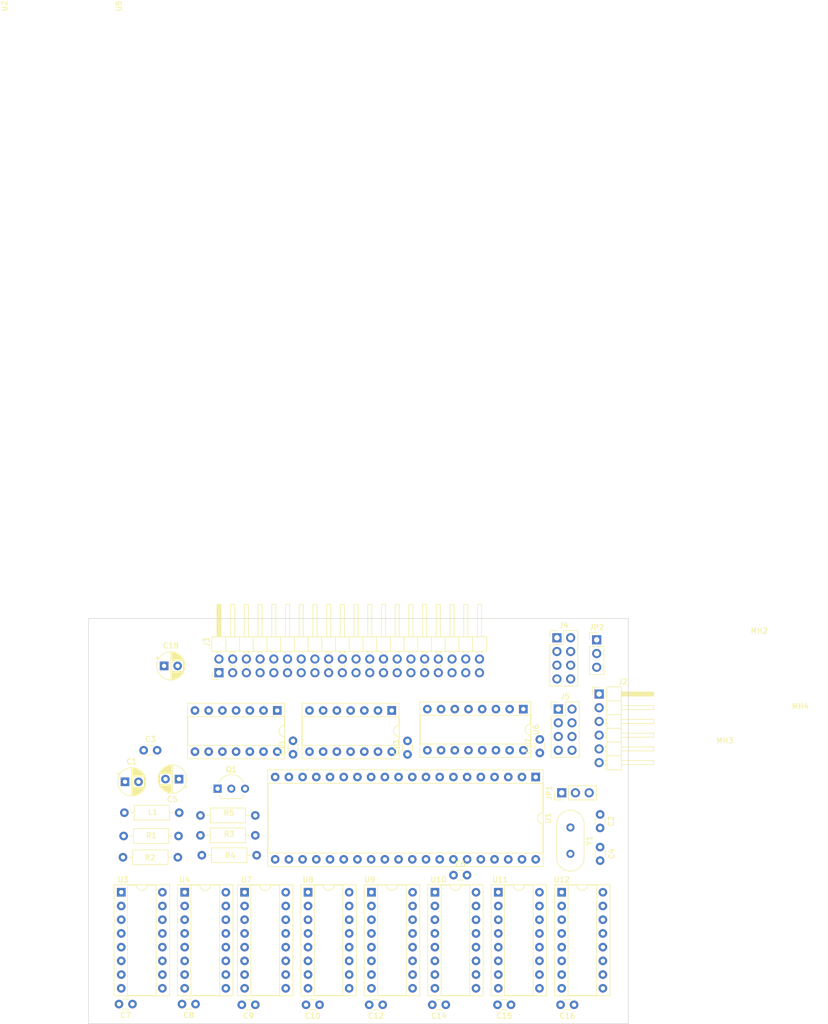
<source format=kicad_pcb>
(kicad_pcb (version 20221018) (generator pcbnew)
  (layers (0 "F.Cu" signal) (31 "B.Cu" signal) (34 "B.Paste" user) (35 "F.Paste" user) (36 "B.SilkS" user "B.Silkscreen") (37 "F.SilkS" user "F.Silkscreen") (38 "B.Mask" user) (39 "F.Mask" user) (44 "Edge.Cuts" user))
  (net 0 "")
  (net 1 "Net-(Q1-C)")
  (net 2 "GND")
  (net 3 "Net-(U1-XTAL1)")
  (net 4 "Net-(U1-XTAL2)")
  (net 5 "Net-(Q1-E)")
  (net 6 "Net-(J1-In)")
  (net 7 "VCC")
  (net 8 "/CLK")
  (net 9 "/CPUCLK")
  (net 10 "/GROMCLK")
  (net 11 "/EXTVDP")
  (net 12 "/INT")
  (net 16 "/D0")
  (net 17 "/D1")
  (net 18 "/D2")
  (net 19 "/D3")
  (net 20 "/D4")
  (net 21 "/D5")
  (net 22 "/D6")
  (net 23 "/D7")
  (net 24 "/~{IOR}")
  (net 26 "/~{IOW}")
  (net 28 "/RES")
  (net 30 "/INT80")
  (net 32 "/A0")
  (net 35 "/A3")
  (net 36 "/A4")
  (net 37 "/A5")
  (net 38 "/A6")
  (net 39 "/A7")
  (net 48 "Net-(J4-Pin_1)")
  (net 49 "Net-(J4-Pin_2)")
  (net 50 "Net-(J4-Pin_3)")
  (net 51 "Net-(J4-Pin_5)")
  (net 52 "Net-(J4-Pin_7)")
  (net 53 "Net-(J5-Pin_1)")
  (net 54 "Net-(J5-Pin_2)")
  (net 55 "Net-(J5-Pin_3)")
  (net 56 "Net-(J5-Pin_5)")
  (net 57 "Net-(J5-Pin_7)")
  (net 58 "Net-(JP1-C)")
  (net 59 "Net-(JP2-A)")
  (net 60 "Net-(JP2-C)")
  (net 61 "Net-(Q1-B)")
  (net 62 "Net-(U1-COMID)")
  (net 63 "/~{RAS}")
  (net 64 "/~{CAS}")
  (net 65 "/AD7")
  (net 66 "/AD6")
  (net 67 "/AD5")
  (net 68 "/AD1")
  (net 69 "/AD3")
  (net 70 "/AD2")
  (net 71 "/AD0")
  (net 72 "Net-(U1-R{slash}~{W})")
  (net 73 "/~{CSW}")
  (net 74 "/~{CSR}")
  (net 75 "/~{INT}")
  (net 76 "/VD7")
  (net 77 "/VD6")
  (net 78 "/VD5")
  (net 79 "/VD4")
  (net 80 "/VD3")
  (net 81 "/VD2")
  (net 82 "/VD1")
  (net 83 "/VD0")
  (net 84 "/~{RES}")
  (footprint "MountingHole:MountingHole_3.2mm_M3" (layer "F.Cu") (at 175.006 57.404)
    (fp_text reference "MH1" (at 0 0) (layer "F.SilkS"))
    (fp_text value "MountingHole")
    (pad "" np_thru_hole circle (at 0 0) (size 3.2 3.2) (drill 3.2) (layers "*.Cu" "*.Mask"))
  )
  (footprint "Connector_PinHeader_2.54mm:PinHeader_1x03_P2.54mm_Vertical" (layer "F.Cu") (at 160.147 59.944)
    (fp_text reference "JP2" (at 0 -2.33) (layer "F.SilkS"))
    (fp_text value "A7_JP")
    (pad "1" thru_hole rect (at 0 0) (size 1.7 1.7) (drill 1) (layers "*.Cu" "*.Mask") (net 59 "Net-(JP2-A)"))
    (pad "2" thru_hole oval (at 0 2.54) (size 1.7 1.7) (drill 1) (layers "*.Cu" "*.Mask") (net 60 "Net-(JP2-C)"))
    (pad "3" thru_hole oval (at 0 5.08) (size 1.7 1.7) (drill 1) (layers "*.Cu" "*.Mask") (net 39 "/A7"))
  )
  (footprint "Package_DIP:DIP-16_W7.62mm_Socket" (layer "F.Cu") (at 141.92 106.68)
    (fp_text reference "U11" (at 0.32 -2.33) (layer "F.SilkS"))
    (fp_text value "MB8118-16k-1bit-DRAM")
    (pad "1" thru_hole rect (at 0 0) (size 1.6 1.6) (drill 0.8) (layers "*.Cu" "*.Mask"))
    (pad "2" thru_hole oval (at 0 2.54) (size 1.6 1.6) (drill 0.8) (layers "*.Cu" "*.Mask") (net 66 "/AD6"))
    (pad "3" thru_hole oval (at 0 5.08) (size 1.6 1.6) (drill 0.8) (layers "*.Cu" "*.Mask") (net 72 "Net-(U1-R{slash}~{W})"))
    (pad "4" thru_hole oval (at 0 7.62) (size 1.6 1.6) (drill 0.8) (layers "*.Cu" "*.Mask") (net 63 "/~{RAS}"))
    (pad "5" thru_hole oval (at 0 10.16) (size 1.6 1.6) (drill 0.8) (layers "*.Cu" "*.Mask") (net 65 "/AD7"))
    (pad "6" thru_hole oval (at 0 12.7) (size 1.6 1.6) (drill 0.8) (layers "*.Cu" "*.Mask") (net 67 "/AD5"))
    (pad "7" thru_hole oval (at 0 15.24) (size 1.6 1.6) (drill 0.8) (layers "*.Cu" "*.Mask") (net 66 "/AD6"))
    (pad "8" thru_hole oval (at 0 17.78) (size 1.6 1.6) (drill 0.8) (layers "*.Cu" "*.Mask") (net 7 "VCC"))
    (pad "9" thru_hole oval (at 7.62 17.78) (size 1.6 1.6) (drill 0.8) (layers "*.Cu" "*.Mask"))
    (pad "10" thru_hole oval (at 7.62 15.24) (size 1.6 1.6) (drill 0.8) (layers "*.Cu" "*.Mask") (net 70 "/AD2"))
    (pad "11" thru_hole oval (at 7.62 12.7) (size 1.6 1.6) (drill 0.8) (layers "*.Cu" "*.Mask") (net 69 "/AD3"))
    (pad "12" thru_hole oval (at 7.62 10.16) (size 1.6 1.6) (drill 0.8) (layers "*.Cu" "*.Mask") (net 68 "/AD1"))
    (pad "13" thru_hole oval (at 7.62 7.62) (size 1.6 1.6) (drill 0.8) (layers "*.Cu" "*.Mask") (net 68 "/AD1"))
    (pad "14" thru_hole oval (at 7.62 5.08) (size 1.6 1.6) (drill 0.8) (layers "*.Cu" "*.Mask") (net 77 "/VD6"))
    (pad "15" thru_hole oval (at 7.62 2.54) (size 1.6 1.6) (drill 0.8) (layers "*.Cu" "*.Mask") (net 64 "/~{CAS}"))
    (pad "16" thru_hole oval (at 7.62 0) (size 1.6 1.6) (drill 0.8) (layers "*.Cu" "*.Mask") (net 2 "GND"))
  )
  (footprint "Resistor_THT:R_Axial_DIN0207_L6.3mm_D2.5mm_P10.16mm_Horizontal" (layer "F.Cu") (at 72.39 100.203)
    (fp_text reference "R2" (at 5.001 0.057) (layer "F.SilkS"))
    (fp_text value "2k")
    (pad "1" thru_hole circle (at 0 0) (size 1.6 1.6) (drill 0.8) (layers "*.Cu" "*.Mask") (net 6 "Net-(J1-In)"))
    (pad "2" thru_hole oval (at 10.16 0) (size 1.6 1.6) (drill 0.8) (layers "*.Cu" "*.Mask") (net 2 "GND"))
  )
  (footprint "Resistor_THT:R_Axial_DIN0207_L6.3mm_D2.5mm_P10.16mm_Horizontal" (layer "F.Cu") (at 72.517 96.266)
    (fp_text reference "R1" (at 5.128 -0.084) (layer "F.SilkS"))
    (fp_text value "1k")
    (pad "1" thru_hole circle (at 0 0) (size 1.6 1.6) (drill 0.8) (layers "*.Cu" "*.Mask") (net 1 "Net-(Q1-C)"))
    (pad "2" thru_hole oval (at 10.16 0) (size 1.6 1.6) (drill 0.8) (layers "*.Cu" "*.Mask") (net 6 "Net-(J1-In)"))
  )
  (footprint "Connector_PinHeader_2.54mm:PinHeader_2x04_P2.54mm_Vertical" (layer "F.Cu") (at 152.781 59.563)
    (fp_text reference "J4" (at 1.27 -2.33) (layer "F.SilkS"))
    (fp_text value "AD_JP")
    (pad "1" thru_hole rect (at 0 0) (size 1.7 1.7) (drill 1) (layers "*.Cu" "*.Mask") (net 48 "Net-(J4-Pin_1)"))
    (pad "2" thru_hole oval (at 2.54 0) (size 1.7 1.7) (drill 1) (layers "*.Cu" "*.Mask") (net 49 "Net-(J4-Pin_2)"))
    (pad "3" thru_hole oval (at 0 2.54) (size 1.7 1.7) (drill 1) (layers "*.Cu" "*.Mask") (net 50 "Net-(J4-Pin_3)"))
    (pad "4" thru_hole oval (at 2.54 2.54) (size 1.7 1.7) (drill 1) (layers "*.Cu" "*.Mask") (net 49 "Net-(J4-Pin_2)"))
    (pad "5" thru_hole oval (at 0 5.08) (size 1.7 1.7) (drill 1) (layers "*.Cu" "*.Mask") (net 51 "Net-(J4-Pin_5)"))
    (pad "6" thru_hole oval (at 2.54 5.08) (size 1.7 1.7) (drill 1) (layers "*.Cu" "*.Mask") (net 49 "Net-(J4-Pin_2)"))
    (pad "7" thru_hole oval (at 0 7.62) (size 1.7 1.7) (drill 1) (layers "*.Cu" "*.Mask") (net 52 "Net-(J4-Pin_7)"))
    (pad "8" thru_hole oval (at 2.54 7.62) (size 1.7 1.7) (drill 1) (layers "*.Cu" "*.Mask") (net 49 "Net-(J4-Pin_2)"))
  )
  (footprint "Capacitor_THT:C_Disc_D3.0mm_W1.6mm_P2.50mm" (layer "F.Cu") (at 149.606 80.879 90)
    (fp_text reference "C17" (at 1.25 -2.05 90) (layer "F.SilkS"))
    (fp_text value "0.1u")
    (pad "1" thru_hole circle (at 0 0 90) (size 1.6 1.6) (drill 0.8) (layers "*.Cu" "*.Mask") (net 7 "VCC"))
    (pad "2" thru_hole circle (at 2.5 0 90) (size 1.6 1.6) (drill 0.8) (layers "*.Cu" "*.Mask") (net 2 "GND"))
  )
  (footprint "Package_DIP:DIP-16_W7.62mm_Socket" (layer "F.Cu") (at 130.17 106.68)
    (fp_text reference "U10" (at 0.64 -2.33) (layer "F.SilkS"))
    (fp_text value "MB8118-16k-1bit-DRAM")
    (pad "1" thru_hole rect (at 0 0) (size 1.6 1.6) (drill 0.8) (layers "*.Cu" "*.Mask"))
    (pad "2" thru_hole oval (at 0 2.54) (size 1.6 1.6) (drill 0.8) (layers "*.Cu" "*.Mask") (net 67 "/AD5"))
    (pad "3" thru_hole oval (at 0 5.08) (size 1.6 1.6) (drill 0.8) (layers "*.Cu" "*.Mask") (net 72 "Net-(U1-R{slash}~{W})"))
    (pad "4" thru_hole oval (at 0 7.62) (size 1.6 1.6) (drill 0.8) (layers "*.Cu" "*.Mask") (net 63 "/~{RAS}"))
    (pad "5" thru_hole oval (at 0 10.16) (size 1.6 1.6) (drill 0.8) (layers "*.Cu" "*.Mask") (net 65 "/AD7"))
    (pad "6" thru_hole oval (at 0 12.7) (size 1.6 1.6) (drill 0.8) (layers "*.Cu" "*.Mask") (net 67 "/AD5"))
    (pad "7" thru_hole oval (at 0 15.24) (size 1.6 1.6) (drill 0.8) (layers "*.Cu" "*.Mask") (net 66 "/AD6"))
    (pad "8" thru_hole oval (at 0 17.78) (size 1.6 1.6) (drill 0.8) (layers "*.Cu" "*.Mask") (net 7 "VCC"))
    (pad "9" thru_hole oval (at 7.62 17.78) (size 1.6 1.6) (drill 0.8) (layers "*.Cu" "*.Mask"))
    (pad "10" thru_hole oval (at 7.62 15.24) (size 1.6 1.6) (drill 0.8) (layers "*.Cu" "*.Mask") (net 70 "/AD2"))
    (pad "11" thru_hole oval (at 7.62 12.7) (size 1.6 1.6) (drill 0.8) (layers "*.Cu" "*.Mask") (net 69 "/AD3"))
    (pad "12" thru_hole oval (at 7.62 10.16) (size 1.6 1.6) (drill 0.8) (layers "*.Cu" "*.Mask") (net 68 "/AD1"))
    (pad "13" thru_hole oval (at 7.62 7.62) (size 1.6 1.6) (drill 0.8) (layers "*.Cu" "*.Mask") (net 68 "/AD1"))
    (pad "14" thru_hole oval (at 7.62 5.08) (size 1.6 1.6) (drill 0.8) (layers "*.Cu" "*.Mask") (net 78 "/VD5"))
    (pad "15" thru_hole oval (at 7.62 2.54) (size 1.6 1.6) (drill 0.8) (layers "*.Cu" "*.Mask") (net 64 "/~{CAS}"))
    (pad "16" thru_hole oval (at 7.62 0) (size 1.6 1.6) (drill 0.8) (layers "*.Cu" "*.Mask") (net 2 "GND"))
  )
  (footprint "Package_TO_SOT_THT:TO-92_Inline_Wide" (layer "F.Cu") (at 89.916 87.503)
    (fp_text reference "Q1" (at 2.54 -3.56) (layer "F.SilkS"))
    (fp_text value "2SC1815")
    (pad "1" thru_hole rect (at 0 0) (size 1.5 1.5) (drill 0.8) (layers "*.Cu" "*.Mask") (net 5 "Net-(Q1-E)"))
    (pad "2" thru_hole circle (at 2.54 0) (size 1.5 1.5) (drill 0.8) (layers "*.Cu" "*.Mask") (net 1 "Net-(Q1-C)"))
    (pad "3" thru_hole circle (at 5.08 0) (size 1.5 1.5) (drill 0.8) (layers "*.Cu" "*.Mask") (net 61 "Net-(Q1-B)"))
  )
  (footprint "Connector_PinHeader_2.54mm:PinHeader_1x06_P2.54mm_Horizontal" (layer "F.Cu") (at 160.598 69.977)
    (fp_text reference "J2" (at 4.385 -2.27) (layer "F.SilkS"))
    (fp_text value "EXT_JP")
    (pad "1" thru_hole rect (at 0 0) (size 1.7 1.7) (drill 1) (layers "*.Cu" "*.Mask") (net 8 "/CLK"))
    (pad "2" thru_hole oval (at 0 2.54) (size 1.7 1.7) (drill 1) (layers "*.Cu" "*.Mask") (net 9 "/CPUCLK"))
    (pad "3" thru_hole oval (at 0 5.08) (size 1.7 1.7) (drill 1) (layers "*.Cu" "*.Mask") (net 10 "/GROMCLK"))
    (pad "4" thru_hole oval (at 0 7.62) (size 1.7 1.7) (drill 1) (layers "*.Cu" "*.Mask") (net 11 "/EXTVDP"))
    (pad "5" thru_hole oval (at 0 10.16) (size 1.7 1.7) (drill 1) (layers "*.Cu" "*.Mask") (net 12 "/INT"))
    (pad "6" thru_hole oval (at 0 12.7) (size 1.7 1.7) (drill 1) (layers "*.Cu" "*.Mask") (net 2 "GND"))
  )
  (footprint "Package_DIP:DIP-40_W15.24mm_Socket" (layer "F.Cu") (at 148.844 85.344 -90)
    (fp_text reference "U1" (at 7.62 -2.33 90) (layer "F.SilkS"))
    (fp_text value "TMS9918A")
    (pad "1" thru_hole rect (at 0 0 270) (size 1.6 1.6) (drill 0.8) (layers "*.Cu" "*.Mask") (net 63 "/~{RAS}"))
    (pad "2" thru_hole oval (at 0 2.54 270) (size 1.6 1.6) (drill 0.8) (layers "*.Cu" "*.Mask") (net 64 "/~{CAS}"))
    (pad "3" thru_hole oval (at 0 5.08 270) (size 1.6 1.6) (drill 0.8) (layers "*.Cu" "*.Mask") (net 65 "/AD7"))
    (pad "4" thru_hole oval (at 0 7.62 270) (size 1.6 1.6) (drill 0.8) (layers "*.Cu" "*.Mask") (net 66 "/AD6"))
    (pad "5" thru_hole oval (at 0 10.16 270) (size 1.6 1.6) (drill 0.8) (layers "*.Cu" "*.Mask") (net 67 "/AD5"))
    (pad "6" thru_hole oval (at 0 12.7 270) (size 1.6 1.6) (drill 0.8) (layers "*.Cu" "*.Mask") (net 68 "/AD1"))
    (pad "7" thru_hole oval (at 0 15.24 270) (size 1.6 1.6) (drill 0.8) (layers "*.Cu" "*.Mask") (net 69 "/AD3"))
    (pad "8" thru_hole oval (at 0 17.78 270) (size 1.6 1.6) (drill 0.8) (layers "*.Cu" "*.Mask") (net 70 "/AD2"))
    (pad "9" thru_hole oval (at 0 20.32 270) (size 1.6 1.6) (drill 0.8) (layers "*.Cu" "*.Mask") (net 68 "/AD1"))
    (pad "10" thru_hole oval (at 0 22.86 270) (size 1.6 1.6) (drill 0.8) (layers "*.Cu" "*.Mask") (net 71 "/AD0"))
    (pad "11" thru_hole oval (at 0 25.4 270) (size 1.6 1.6) (drill 0.8) (layers "*.Cu" "*.Mask") (net 72 "Net-(U1-R{slash}~{W})"))
    (pad "12" thru_hole oval (at 0 27.94 270) (size 1.6 1.6) (drill 0.8) (layers "*.Cu" "*.Mask") (net 2 "GND"))
    (pad "13" thru_hole oval (at 0 30.48 270) (size 1.6 1.6) (drill 0.8) (layers "*.Cu" "*.Mask") (net 32 "/A0"))
    (pad "14" thru_hole oval (at 0 33.02 270) (size 1.6 1.6) (drill 0.8) (layers "*.Cu" "*.Mask") (net 73 "/~{CSW}"))
    (pad "15" thru_hole oval (at 0 35.56 270) (size 1.6 1.6) (drill 0.8) (layers "*.Cu" "*.Mask") (net 74 "/~{CSR}"))
    (pad "16" thru_hole oval (at 0 38.1 270) (size 1.6 1.6) (drill 0.8) (layers "*.Cu" "*.Mask") (net 75 "/~{INT}"))
    (pad "17" thru_hole oval (at 0 40.64 270) (size 1.6 1.6) (drill 0.8) (layers "*.Cu" "*.Mask") (net 16 "/D0"))
    (pad "18" thru_hole oval (at 0 43.18 270) (size 1.6 1.6) (drill 0.8) (layers "*.Cu" "*.Mask") (net 17 "/D1"))
    (pad "19" thru_hole oval (at 0 45.72 270) (size 1.6 1.6) (drill 0.8) (layers "*.Cu" "*.Mask") (net 18 "/D2"))
    (pad "20" thru_hole oval (at 0 48.26 270) (size 1.6 1.6) (drill 0.8) (layers "*.Cu" "*.Mask") (net 19 "/D3"))
    (pad "21" thru_hole oval (at 15.24 48.26 270) (size 1.6 1.6) (drill 0.8) (layers "*.Cu" "*.Mask") (net 20 "/D4"))
    (pad "22" thru_hole oval (at 15.24 45.72 270) (size 1.6 1.6) (drill 0.8) (layers "*.Cu" "*.Mask") (net 21 "/D5"))
    (pad "23" thru_hole oval (at 15.24 43.18 270) (size 1.6 1.6) (drill 0.8) (layers "*.Cu" "*.Mask") (net 22 "/D6"))
    (pad "24" thru_hole oval (at 15.24 40.64 270) (size 1.6 1.6) (drill 0.8) (layers "*.Cu" "*.Mask") (net 23 "/D7"))
    (pad "25" thru_hole oval (at 15.24 38.1 270) (size 1.6 1.6) (drill 0.8) (layers "*.Cu" "*.Mask") (net 76 "/VD7"))
    (pad "26" thru_hole oval (at 15.24 35.56 270) (size 1.6 1.6) (drill 0.8) (layers "*.Cu" "*.Mask") (net 77 "/VD6"))
    (pad "27" thru_hole oval (at 15.24 33.02 270) (size 1.6 1.6) (drill 0.8) (layers "*.Cu" "*.Mask") (net 78 "/VD5"))
    (pad "28" thru_hole oval (at 15.24 30.48 270) (size 1.6 1.6) (drill 0.8) (layers "*.Cu" "*.Mask") (net 79 "/VD4"))
    (pad "29" thru_hole oval (at 15.24 27.94 270) (size 1.6 1.6) (drill 0.8) (layers "*.Cu" "*.Mask") (net 80 "/VD3"))
    (pad "30" thru_hole oval (at 15.24 25.4 270) (size 1.6 1.6) (drill 0.8) (layers "*.Cu" "*.Mask") (net 81 "/VD2"))
    (pad "31" thru_hole oval (at 15.24 22.86 270) (size 1.6 1.6) (drill 0.8) (layers "*.Cu" "*.Mask") (net 82 "/VD1"))
    (pad "32" thru_hole oval (at 15.24 20.32 270) (size 1.6 1.6) (drill 0.8) (layers "*.Cu" "*.Mask") (net 83 "/VD0"))
    (pad "33" thru_hole oval (at 15.24 17.78 270) (size 1.6 1.6) (drill 0.8) (layers "*.Cu" "*.Mask") (net 7 "VCC"))
    (pad "34" thru_hole oval (at 15.24 15.24 270) (size 1.6 1.6) (drill 0.8) (layers "*.Cu" "*.Mask") (net 84 "/~{RES}"))
    (pad "35" thru_hole oval (at 15.24 12.7 270) (size 1.6 1.6) (drill 0.8) (layers "*.Cu" "*.Mask") (net 11 "/EXTVDP"))
    (pad "36" thru_hole oval (at 15.24 10.16 270) (size 1.6 1.6) (drill 0.8) (layers "*.Cu" "*.Mask") (net 62 "Net-(U1-COMID)"))
    (pad "37" thru_hole oval (at 15.24 7.62 270) (size 1.6 1.6) (drill 0.8) (layers "*.Cu" "*.Mask") (net 10 "/GROMCLK"))
    (pad "38" thru_hole oval (at 15.24 5.08 270) (size 1.6 1.6) (drill 0.8) (layers "*.Cu" "*.Mask") (net 9 "/CPUCLK"))
    (pad "39" thru_hole oval (at 15.24 2.54 270) (size 1.6 1.6) (drill 0.8) (layers "*.Cu" "*.Mask") (net 3 "Net-(U1-XTAL1)"))
    (pad "40" thru_hole oval (at 15.24 0 270) (size 1.6 1.6) (drill 0.8) (layers "*.Cu" "*.Mask") (net 4 "Net-(U1-XTAL2)"))
  )
  (footprint "Crystal:Crystal_HC49-U_Vertical" (layer "F.Cu") (at 155.281 94.685 -90)
    (fp_text reference "Y1" (at 2.44 -3.525 90) (layer "F.SilkS"))
    (fp_text value "10.738635MHZ")
    (pad "1" thru_hole circle (at 0 0 270) (size 1.5 1.5) (drill 0.8) (layers "*.Cu" "*.Mask") (net 3 "Net-(U1-XTAL1)"))
    (pad "2" thru_hole circle (at 4.88 0 270) (size 1.5 1.5) (drill 0.8) (layers "*.Cu" "*.Mask") (net 4 "Net-(U1-XTAL2)"))
  )
  (footprint "Package_DIP:DIP-16_W7.62mm_Socket" (layer "F.Cu") (at 83.82 106.68)
    (fp_text reference "U4" (at 0 -2.33) (layer "F.SilkS"))
    (fp_text value "MB8118-16k-1bit-DRAM")
    (pad "1" thru_hole rect (at 0 0) (size 1.6 1.6) (drill 0.8) (layers "*.Cu" "*.Mask"))
    (pad "2" thru_hole oval (at 0 2.54) (size 1.6 1.6) (drill 0.8) (layers "*.Cu" "*.Mask") (net 68 "/AD1"))
    (pad "3" thru_hole oval (at 0 5.08) (size 1.6 1.6) (drill 0.8) (layers "*.Cu" "*.Mask") (net 72 "Net-(U1-R{slash}~{W})"))
    (pad "4" thru_hole oval (at 0 7.62) (size 1.6 1.6) (drill 0.8) (layers "*.Cu" "*.Mask") (net 63 "/~{RAS}"))
    (pad "5" thru_hole oval (at 0 10.16) (size 1.6 1.6) (drill 0.8) (layers "*.Cu" "*.Mask") (net 65 "/AD7"))
    (pad "6" thru_hole oval (at 0 12.7) (size 1.6 1.6) (drill 0.8) (layers "*.Cu" "*.Mask") (net 67 "/AD5"))
    (pad "7" thru_hole oval (at 0 15.24) (size 1.6 1.6) (drill 0.8) (layers "*.Cu" "*.Mask") (net 66 "/AD6"))
    (pad "8" thru_hole oval (at 0 17.78) (size 1.6 1.6) (drill 0.8) (layers "*.Cu" "*.Mask") (net 7 "VCC"))
    (pad "9" thru_hole oval (at 7.62 17.78) (size 1.6 1.6) (drill 0.8) (layers "*.Cu" "*.Mask"))
    (pad "10" thru_hole oval (at 7.62 15.24) (size 1.6 1.6) (drill 0.8) (layers "*.Cu" "*.Mask") (net 70 "/AD2"))
    (pad "11" thru_hole oval (at 7.62 12.7) (size 1.6 1.6) (drill 0.8) (layers "*.Cu" "*.Mask") (net 69 "/AD3"))
    (pad "12" thru_hole oval (at 7.62 10.16) (size 1.6 1.6) (drill 0.8) (layers "*.Cu" "*.Mask") (net 68 "/AD1"))
    (pad "13" thru_hole oval (at 7.62 7.62) (size 1.6 1.6) (drill 0.8) (layers "*.Cu" "*.Mask") (net 68 "/AD1"))
    (pad "14" thru_hole oval (at 7.62 5.08) (size 1.6 1.6) (drill 0.8) (layers "*.Cu" "*.Mask") (net 82 "/VD1"))
    (pad "15" thru_hole oval (at 7.62 2.54) (size 1.6 1.6) (drill 0.8) (layers "*.Cu" "*.Mask") (net 64 "/~{CAS}"))
    (pad "16" thru_hole oval (at 7.62 0) (size 1.6 1.6) (drill 0.8) (layers "*.Cu" "*.Mask") (net 2 "GND"))
  )
  (footprint "Package_DIP:DIP-16_W7.62mm_Socket" (layer "F.Cu") (at 106.67 106.68)
    (fp_text reference "U8" (at 0.01 -2.33) (layer "F.SilkS"))
    (fp_text value "MB8118-16k-1bit-DRAM")
    (pad "1" thru_hole rect (at 0 0) (size 1.6 1.6) (drill 0.8) (layers "*.Cu" "*.Mask"))
    (pad "2" thru_hole oval (at 0 2.54) (size 1.6 1.6) (drill 0.8) (layers "*.Cu" "*.Mask") (net 69 "/AD3"))
    (pad "3" thru_hole oval (at 0 5.08) (size 1.6 1.6) (drill 0.8) (layers "*.Cu" "*.Mask") (net 72 "Net-(U1-R{slash}~{W})"))
    (pad "4" thru_hole oval (at 0 7.62) (size 1.6 1.6) (drill 0.8) (layers "*.Cu" "*.Mask") (net 63 "/~{RAS}"))
    (pad "5" thru_hole oval (at 0 10.16) (size 1.6 1.6) (drill 0.8) (layers "*.Cu" "*.Mask") (net 65 "/AD7"))
    (pad "6" thru_hole oval (at 0 12.7) (size 1.6 1.6) (drill 0.8) (layers "*.Cu" "*.Mask") (net 67 "/AD5"))
    (pad "7" thru_hole oval (at 0 15.24) (size 1.6 1.6) (drill 0.8) (layers "*.Cu" "*.Mask") (net 66 "/AD6"))
    (pad "8" thru_hole oval (at 0 17.78) (size 1.6 1.6) (drill 0.8) (layers "*.Cu" "*.Mask") (net 7 "VCC"))
    (pad "9" thru_hole oval (at 7.62 17.78) (size 1.6 1.6) (drill 0.8) (layers "*.Cu" "*.Mask"))
    (pad "10" thru_hole oval (at 7.62 15.24) (size 1.6 1.6) (drill 0.8) (layers "*.Cu" "*.Mask") (net 70 "/AD2"))
    (pad "11" thru_hole oval (at 7.62 12.7) (size 1.6 1.6) (drill 0.8) (layers "*.Cu" "*.Mask") (net 69 "/AD3"))
    (pad "12" thru_hole oval (at 7.62 10.16) (size 1.6 1.6) (drill 0.8) (layers "*.Cu" "*.Mask") (net 68 "/AD1"))
    (pad "13" thru_hole oval (at 7.62 7.62) (size 1.6 1.6) (drill 0.8) (layers "*.Cu" "*.Mask") (net 68 "/AD1"))
    (pad "14" thru_hole oval (at 7.62 5.08) (size 1.6 1.6) (drill 0.8) (layers "*.Cu" "*.Mask") (net 80 "/VD3"))
    (pad "15" thru_hole oval (at 7.62 2.54) (size 1.6 1.6) (drill 0.8) (layers "*.Cu" "*.Mask") (net 64 "/~{CAS}"))
    (pad "16" thru_hole oval (at 7.62 0) (size 1.6 1.6) (drill 0.8) (layers "*.Cu" "*.Mask") (net 2 "GND"))
  )
  (footprint "Capacitor_THT:CP_Radial_D5.0mm_P2.50mm" (layer "F.Cu") (at 82.764 85.725 180)
    (fp_text reference "C5" (at 1.25 -3.75) (layer "F.SilkS"))
    (fp_text value "470u")
    (pad "1" thru_hole rect (at 0 0 180) (size 1.6 1.6) (drill 0.8) (layers "*.Cu" "*.Mask") (net 5 "Net-(Q1-E)"))
    (pad "2" thru_hole circle (at 2.5 0 180) (size 1.6 1.6) (drill 0.8) (layers "*.Cu" "*.Mask") (net 6 "Net-(J1-In)"))
  )
  (footprint "Capacitor_THT:C_Disc_D3.0mm_W1.6mm_P2.50mm" (layer "F.Cu") (at 125.095 81.153 90)
    (fp_text reference "C13" (at 1.25 -2.05 90) (layer "F.SilkS"))
    (fp_text value "0.1u")
    (pad "1" thru_hole circle (at 0 0 90) (size 1.6 1.6) (drill 0.8) (layers "*.Cu" "*.Mask") (net 7 "VCC"))
    (pad "2" thru_hole circle (at 2.5 0 90) (size 1.6 1.6) (drill 0.8) (layers "*.Cu" "*.Mask") (net 2 "GND"))
  )
  (footprint "Capacitor_THT:C_Disc_D3.0mm_W1.6mm_P2.50mm" (layer "F.Cu") (at 76.22 80.391)
    (fp_text reference "C3" (at 1.25 -2.05) (layer "F.SilkS"))
    (fp_text value "0.1u")
    (pad "1" thru_hole circle (at 0 0) (size 1.6 1.6) (drill 0.8) (layers "*.Cu" "*.Mask") (net 1 "Net-(Q1-C)"))
    (pad "2" thru_hole circle (at 2.5 0) (size 1.6 1.6) (drill 0.8) (layers "*.Cu" "*.Mask") (net 2 "GND"))
  )
  (footprint "Capacitor_THT:C_Disc_D3.0mm_W1.6mm_P2.50mm" (layer "F.Cu") (at 160.782 100.818 90)
    (fp_text reference "C4" (at 1.25 2.119 90) (layer "F.SilkS"))
    (fp_text value "22P")
    (pad "1" thru_hole circle (at 0 0 90) (size 1.6 1.6) (drill 0.8) (layers "*.Cu" "*.Mask") (net 4 "Net-(U1-XTAL2)"))
    (pad "2" thru_hole circle (at 2.5 0 90) (size 1.6 1.6) (drill 0.8) (layers "*.Cu" "*.Mask") (net 2 "GND"))
  )
  (footprint "Package_DIP:DIP-16_W7.62mm_Socket" (layer "F.Cu") (at 153.67 106.68)
    (fp_text reference "U12" (at 0 -2.33) (layer "F.SilkS"))
    (fp_text value "MB8118-16k-1bit-DRAM")
    (pad "1" thru_hole rect (at 0 0) (size 1.6 1.6) (drill 0.8) (layers "*.Cu" "*.Mask"))
    (pad "2" thru_hole oval (at 0 2.54) (size 1.6 1.6) (drill 0.8) (layers "*.Cu" "*.Mask") (net 65 "/AD7"))
    (pad "3" thru_hole oval (at 0 5.08) (size 1.6 1.6) (drill 0.8) (layers "*.Cu" "*.Mask") (net 72 "Net-(U1-R{slash}~{W})"))
    (pad "4" thru_hole oval (at 0 7.62) (size 1.6 1.6) (drill 0.8) (layers "*.Cu" "*.Mask") (net 63 "/~{RAS}"))
    (pad "5" thru_hole oval (at 0 10.16) (size 1.6 1.6) (drill 0.8) (layers "*.Cu" "*.Mask") (net 65 "/AD7"))
    (pad "6" thru_hole oval (at 0 12.7) (size 1.6 1.6) (drill 0.8) (layers "*.Cu" "*.Mask") (net 67 "/AD5"))
    (pad "7" thru_hole oval (at 0 15.24) (size 1.6 1.6) (drill 0.8) (layers "*.Cu" "*.Mask") (net 66 "/AD6"))
    (pad "8" thru_hole oval (at 0 17.78) (size 1.6 1.6) (drill 0.8) (layers "*.Cu" "*.Mask") (net 7 "VCC"))
    (pad "9" thru_hole oval (at 7.62 17.78) (size 1.6 1.6) (drill 0.8) (layers "*.Cu" "*.Mask"))
    (pad "10" thru_hole oval (at 7.62 15.24) (size 1.6 1.6) (drill 0.8) (layers "*.Cu" "*.Mask") (net 70 "/AD2"))
    (pad "11" thru_hole oval (at 7.62 12.7) (size 1.6 1.6) (drill 0.8) (layers "*.Cu" "*.Mask") (net 69 "/AD3"))
    (pad "12" thru_hole oval (at 7.62 10.16) (size 1.6 1.6) (drill 0.8) (layers "*.Cu" "*.Mask") (net 68 "/AD1"))
    (pad "13" thru_hole oval (at 7.62 7.62) (size 1.6 1.6) (drill 0.8) (layers "*.Cu" "*.Mask") (net 68 "/AD1"))
    (pad "14" thru_hole oval (at 7.62 5.08) (size 1.6 1.6) (drill 0.8) (layers "*.Cu" "*.Mask") (net 76 "/VD7"))
    (pad "15" thru_hole oval (at 7.62 2.54) (size 1.6 1.6) (drill 0.8) (layers "*.Cu" "*.Mask") (net 64 "/~{CAS}"))
    (pad "16" thru_hole oval (at 7.62 0) (size 1.6 1.6) (drill 0.8) (layers "*.Cu" "*.Mask") (net 2 "GND"))
  )
  (footprint "Capacitor_THT:C_Disc_D3.0mm_W1.6mm_P2.50mm" (layer "F.Cu") (at 120.503 127.508 180)
    (fp_text reference "C12" (at 1.25 -2.05) (layer "F.SilkS"))
    (fp_text value "0.1u")
    (pad "1" thru_hole circle (at 0 0 180) (size 1.6 1.6) (drill 0.8) (layers "*.Cu" "*.Mask") (net 2 "GND"))
    (pad "2" thru_hole circle (at 2.5 0 180) (size 1.6 1.6) (drill 0.8) (layers "*.Cu" "*.Mask") (net 7 "VCC"))
  )
  (footprint "MountingHole:MountingHole_3.2mm_M3" (layer "F.Cu") (at 183.896 82.804)
    (fp_text reference "MH3" (at 0 -4.2) (layer "F.SilkS"))
    (fp_text value "MountingHole")
    (pad "" np_thru_hole circle (at 0 0) (size 3.2 3.2) (drill 3.2) (layers "*.Cu" "*.Mask"))
  )
  (footprint "MountingHole:MountingHole_3.2mm_M3" (layer "F.Cu") (at 190.246 62.484)
    (fp_text reference "MH2" (at 0 -4.2) (layer "F.SilkS"))
    (fp_text value "MountingHole")
    (pad "" np_thru_hole circle (at 0 0) (size 3.2 3.2) (drill 3.2) (layers "*.Cu" "*.Mask"))
  )
  (footprint "Package_DIP:DIP-14_W7.62mm_Socket" (layer "F.Cu") (at 100.965 73.025 -90)
    (fp_text reference "U2" (at -130.4 50.51 90) (layer "F.SilkS"))
    (fp_text value "74HCT32")
    (pad "1" thru_hole rect (at 0 0 270) (size 1.6 1.6) (drill 0.8) (layers "*.Cu" "*.Mask") (net 49 "Net-(J4-Pin_2)"))
    (pad "2" thru_hole oval (at 0 2.54 270) (size 1.6 1.6) (drill 0.8) (layers "*.Cu" "*.Mask") (net 24 "/~{IOR}"))
    (pad "3" thru_hole oval (at 0 5.08 270) (size 1.6 1.6) (drill 0.8) (layers "*.Cu" "*.Mask") (net 74 "/~{CSR}"))
    (pad "4" thru_hole oval (at 0 7.62 270) (size 1.6 1.6) (drill 0.8) (layers "*.Cu" "*.Mask") (net 49 "Net-(J4-Pin_2)"))
    (pad "5" thru_hole oval (at 0 10.16 270) (size 1.6 1.6) (drill 0.8) (layers "*.Cu" "*.Mask") (net 26 "/~{IOW}"))
    (pad "6" thru_hole oval (at 0 12.7 270) (size 1.6 1.6) (drill 0.8) (layers "*.Cu" "*.Mask") (net 73 "/~{CSW}"))
    (pad "7" thru_hole oval (at 0 15.24 270) (size 1.6 1.6) (drill 0.8) (layers "*.Cu" "*.Mask") (net 2 "GND"))
    (pad "8" thru_hole oval (at 7.62 15.24 270) (size 1.6 1.6) (drill 0.8) (layers "*.Cu" "*.Mask"))
    (pad "9" thru_hole oval (at 7.62 12.7 270) (size 1.6 1.6) (drill 0.8) (layers "*.Cu" "*.Mask") (net 2 "GND"))
    (pad "10" thru_hole oval (at 7.62 10.16 270) (size 1.6 1.6) (drill 0.8) (layers "*.Cu" "*.Mask") (net 2 "GND"))
    (pad "11" thru_hole oval (at 7.62 7.62 270) (size 1.6 1.6) (drill 0.8) (layers "*.Cu" "*.Mask"))
    (pad "12" thru_hole oval (at 7.62 5.08 270) (size 1.6 1.6) (drill 0.8) (layers "*.Cu" "*.Mask") (net 2 "GND"))
    (pad "13" thru_hole oval (at 7.62 2.54 270) (size 1.6 1.6) (drill 0.8) (layers "*.Cu" "*.Mask") (net 2 "GND"))
    (pad "14" thru_hole oval (at 7.62 0 270) (size 1.6 1.6) (drill 0.8) (layers "*.Cu" "*.Mask") (net 7 "VCC"))
  )
  (footprint "Capacitor_THT:C_Disc_D3.0mm_W1.6mm_P2.50mm" (layer "F.Cu") (at 155.956 127.508 180)
    (fp_text reference "C16" (at 1.25 -2.05) (layer "F.SilkS"))
    (fp_text value "0.1u")
    (pad "1" thru_hole circle (at 0 0 180) (size 1.6 1.6) (drill 0.8) (layers "*.Cu" "*.Mask") (net 2 "GND"))
    (pad "2" thru_hole circle (at 2.5 0 180) (size 1.6 1.6) (drill 0.8) (layers "*.Cu" "*.Mask") (net 7 "VCC"))
  )
  (footprint "Capacitor_THT:C_Disc_D3.0mm_W1.6mm_P2.50mm" (layer "F.Cu") (at 96.901 127.508 180)
    (fp_text reference "C9" (at 1.25 -2.05) (layer "F.SilkS"))
    (fp_text value "0.1u")
    (pad "1" thru_hole circle (at 0 0 180) (size 1.6 1.6) (drill 0.8) (layers "*.Cu" "*.Mask") (net 2 "GND"))
    (pad "2" thru_hole circle (at 2.5 0 180) (size 1.6 1.6) (drill 0.8) (layers "*.Cu" "*.Mask") (net 7 "VCC"))
  )
  (footprint "Capacitor_THT:C_Disc_D3.0mm_W1.6mm_P2.50mm" (layer "F.Cu") (at 108.799 127.508 180)
    (fp_text reference "C10" (at 1.25 -2.05) (layer "F.SilkS"))
    (fp_text value "0.1u")
    (pad "1" thru_hole circle (at 0 0 180) (size 1.6 1.6) (drill 0.8) (layers "*.Cu" "*.Mask") (net 2 "GND"))
    (pad "2" thru_hole circle (at 2.5 0 180) (size 1.6 1.6) (drill 0.8) (layers "*.Cu" "*.Mask") (net 7 "VCC"))
  )
  (footprint "Resistor_THT:R_Axial_DIN0207_L6.3mm_D2.5mm_P10.16mm_Horizontal" (layer "F.Cu") (at 86.741 92.456)
    (fp_text reference "R5" (at 5.286 -0.48) (layer "F.SilkS"))
    (fp_text value "470")
    (pad "1" thru_hole circle (at 0 0) (size 1.6 1.6) (drill 0.8) (layers "*.Cu" "*.Mask") (net 61 "Net-(Q1-B)"))
    (pad "2" thru_hole oval (at 10.16 0) (size 1.6 1.6) (drill 0.8) (layers "*.Cu" "*.Mask") (net 2 "GND"))
  )
  (footprint "Connector_PinHeader_2.54mm:PinHeader_2x20_P2.54mm_Horizontal" (layer "F.Cu") (at 90.17 66.04 90)
    (fp_text reference "J3" (at 5.655 -2.27 90) (layer "F.SilkS"))
    (fp_text value "SBC8080 BUS")
    (pad "1" thru_hole rect (at 0 0 90) (size 1.7 1.7) (drill 1) (layers "*.Cu" "*.Mask") (net 7 "VCC"))
    (pad "2" thru_hole oval (at 2.54 0 90) (size 1.7 1.7) (drill 1) (layers "*.Cu" "*.Mask") (net 2 "GND"))
    (pad "3" thru_hole oval (at 0 2.54 90) (size 1.7 1.7) (drill 1) (layers "*.Cu" "*.Mask") (net 7 "VCC"))
    (pad "4" thru_hole oval (at 2.54 2.54 90) (size 1.7 1.7) (drill 1) (layers "*.Cu" "*.Mask") (net 2 "GND"))
    (pad "5" thru_hole oval (at 0 5.08 90) (size 1.7 1.7) (drill 1) (layers "*.Cu" "*.Mask"))
    (pad "6" thru_hole oval (at 2.54 5.08 90) (size 1.7 1.7) (drill 1) (layers "*.Cu" "*.Mask"))
    (pad "7" thru_hole oval (at 0 7.62 90) (size 1.7 1.7) (drill 1) (layers "*.Cu" "*.Mask"))
    (pad "8" thru_hole oval (at 2.54 7.62 90) (size 1.7 1.7) (drill 1) (layers "*.Cu" "*.Mask") (net 8 "/CLK"))
    (pad "9" thru_hole oval (at 0 10.16 90) (size 1.7 1.7) (drill 1) (layers "*.Cu" "*.Mask") (net 16 "/D0"))
    (pad "10" thru_hole oval (at 2.54 10.16 90) (size 1.7 1.7) (drill 1) (layers "*.Cu" "*.Mask") (net 17 "/D1"))
    (pad "11" thru_hole oval (at 0 12.7 90) (size 1.7 1.7) (drill 1) (layers "*.Cu" "*.Mask") (net 18 "/D2"))
    (pad "12" thru_hole oval (at 2.54 12.7 90) (size 1.7 1.7) (drill 1) (layers "*.Cu" "*.Mask") (net 19 "/D3"))
    (pad "13" thru_hole oval (at 0 15.24 90) (size 1.7 1.7) (drill 1) (layers "*.Cu" "*.Mask") (net 20 "/D4"))
    (pad "14" thru_hole oval (at 2.54 15.24 90) (size 1.7 1.7) (drill 1) (layers "*.Cu" "*.Mask") (net 21 "/D5"))
    (pad "15" thru_hole oval (at 0 17.78 90) (size 1.7 1.7) (drill 1) (layers "*.Cu" "*.Mask") (net 22 "/D6"))
    (pad "16" thru_hole oval (at 2.54 17.78 90) (size 1.7 1.7) (drill 1) (layers "*.Cu" "*.Mask") (net 23 "/D7"))
    (pad "17" thru_hole oval (at 0 20.32 90) (size 1.7 1.7) (drill 1) (layers "*.Cu" "*.Mask") (net 24 "/~{IOR}"))
    (pad "18" thru_hole oval (at 2.54 20.32 90) (size 1.7 1.7) (drill 1) (layers "*.Cu" "*.Mask"))
    (pad "19" thru_hole oval (at 0 22.86 90) (size 1.7 1.7) (drill 1) (layers "*.Cu" "*.Mask") (net 26 "/~{IOW}"))
    (pad "20" thru_hole oval (at 2.54 22.86 90) (size 1.7 1.7) (drill 1) (layers "*.Cu" "*.Mask"))
    (pad "21" thru_hole oval (at 0 25.4 90) (size 1.7 1.7) (drill 1) (layers "*.Cu" "*.Mask") (net 28 "/RES"))
    (pad "22" thru_hole oval (at 2.54 25.4 90) (size 1.7 1.7) (drill 1) (layers "*.Cu" "*.Mask"))
    (pad "23" thru_hole oval (at 0 27.94 90) (size 1.7 1.7) (drill 1) (layers "*.Cu" "*.Mask") (net 30 "/INT80"))
    (pad "24" thru_hole oval (at 2.54 27.94 90) (size 1.7 1.7) (drill 1) (layers "*.Cu" "*.Mask"))
    (pad "25" thru_hole oval (at 0 30.48 90) (size 1.7 1.7) (drill 1) (layers "*.Cu" "*.Mask") (net 32 "/A0"))
    (pad "26" thru_hole oval (at 2.54 30.48 90) (size 1.7 1.7) (drill 1) (layers "*.Cu" "*.Mask"))
    (pad "27" thru_hole oval (at 0 33.02 90) (size 1.7 1.7) (drill 1) (layers "*.Cu" "*.Mask"))
    (pad "28" thru_hole oval (at 2.54 33.02 90) (size 1.7 1.7) (drill 1) (layers "*.Cu" "*.Mask") (net 35 "/A3"))
    (pad "29" thru_hole oval (at 0 35.56 90) (size 1.7 1.7) (drill 1) (layers "*.Cu" "*.Mask") (net 36 "/A4"))
    (pad "30" thru_hole oval (at 2.54 35.56 90) (size 1.7 1.7) (drill 1) (layers "*.Cu" "*.Mask") (net 37 "/A5"))
    (pad "31" thru_hole oval (at 0 38.1 90) (size 1.7 1.7) (drill 1) (layers "*.Cu" "*.Mask") (net 38 "/A6"))
    (pad "32" thru_hole oval (at 2.54 38.1 90) (size 1.7 1.7) (drill 1) (layers "*.Cu" "*.Mask") (net 39 "/A7"))
    (pad "33" thru_hole oval (at 0 40.64 90) (size 1.7 1.7) (drill 1) (layers "*.Cu" "*.Mask"))
    (pad "34" thru_hole oval (at 2.54 40.64 90) (size 1.7 1.7) (drill 1) (layers "*.Cu" "*.Mask"))
    (pad "35" thru_hole oval (at 0 43.18 90) (size 1.7 1.7) (drill 1) (layers "*.Cu" "*.Mask"))
    (pad "36" thru_hole oval (at 2.54 43.18 90) (size 1.7 1.7) (drill 1) (layers "*.Cu" "*.Mask"))
    (pad "37" thru_hole oval (at 0 45.72 90) (size 1.7 1.7) (drill 1) (layers "*.Cu" "*.Mask"))
    (pad "38" thru_hole oval (at 2.54 45.72 90) (size 1.7 1.7) (drill 1) (layers "*.Cu" "*.Mask"))
    (pad "39" thru_hole oval (at 0 48.26 90) (size 1.7 1.7) (drill 1) (layers "*.Cu" "*.Mask"))
    (pad "40" thru_hole oval (at 2.54 48.26 90) (size 1.7 1.7) (drill 1) (layers "*.Cu" "*.Mask"))
  )
  (footprint "Capacitor_THT:C_Disc_D3.0mm_W1.6mm_P2.50mm" (layer "F.Cu") (at 160.782 92.269 -90)
    (fp_text reference "C2" (at 1.25 -2.05 90) (layer "F.SilkS"))
    (fp_text value "22P")
    (pad "1" thru_hole circle (at 0 0 270) (size 1.6 1.6) (drill 0.8) (layers "*.Cu" "*.Mask") (net 3 "Net-(U1-XTAL1)"))
    (pad "2" thru_hole circle (at 2.5 0 270) (size 1.6 1.6) (drill 0.8) (layers "*.Cu" "*.Mask") (net 2 "GND"))
  )
  (footprint "Capacitor_THT:C_Disc_D3.0mm_W1.6mm_P2.50mm" (layer "F.Cu") (at 85.832 127.381 180)
    (fp_text reference "C8" (at 1.25 -2.05) (layer "F.SilkS"))
    (fp_text value "0.1u")
    (pad "1" thru_hole circle (at 0 0 180) (size 1.6 1.6) (drill 0.8) (layers "*.Cu" "*.Mask") (net 2 "GND"))
    (pad "2" thru_hole circle (at 2.5 0 180) (size 1.6 1.6) (drill 0.8) (layers "*.Cu" "*.Mask") (net 7 "VCC"))
  )
  (footprint "Package_DIP:DIP-16_W7.62mm_Socket" (layer "F.Cu") (at 118.42 106.68)
    (fp_text reference "U9" (at -0.31 -2.33) (layer "F.SilkS"))
    (fp_text value "MB8118-16k-1bit-DRAM")
    (pad "1" thru_hole rect (at 0 0) (size 1.6 1.6) (drill 0.8) (layers "*.Cu" "*.Mask"))
    (pad "2" thru_hole oval (at 0 2.54) (size 1.6 1.6) (drill 0.8) (layers "*.Cu" "*.Mask") (net 68 "/AD1"))
    (pad "3" thru_hole oval (at 0 5.08) (size 1.6 1.6) (drill 0.8) (layers "*.Cu" "*.Mask") (net 72 "Net-(U1-R{slash}~{W})"))
    (pad "4" thru_hole oval (at 0 7.62) (size 1.6 1.6) (drill 0.8) (layers "*.Cu" "*.Mask") (net 63 "/~{RAS}"))
    (pad "5" thru_hole oval (at 0 10.16) (size 1.6 1.6) (drill 0.8) (layers "*.Cu" "*.Mask") (net 65 "/AD7"))
    (pad "6" thru_hole oval (at 0 12.7) (size 1.6 1.6) (drill 0.8) (layers "*.Cu" "*.Mask") (net 67 "/AD5"))
    (pad "7" thru_hole oval (at 0 15.24) (size 1.6 1.6) (drill 0.8) (layers "*.Cu" "*.Mask") (net 66 "/AD6"))
    (pad "8" thru_hole oval (at 0 17.78) (size 1.6 1.6) (drill 0.8) (layers "*.Cu" "*.Mask") (net 7 "VCC"))
    (pad "9" thru_hole oval (at 7.62 17.78) (size 1.6 1.6) (drill 0.8) (layers "*.Cu" "*.Mask"))
    (pad "10" thru_hole oval (at 7.62 15.24) (size 1.6 1.6) (drill 0.8) (layers "*.Cu" "*.Mask") (net 70 "/AD2"))
    (pad "11" thru_hole oval (at 7.62 12.7) (size 1.6 1.6) (drill 0.8) (layers "*.Cu" "*.Mask") (net 69 "/AD3"))
    (pad "12" thru_hole oval (at 7.62 10.16) (size 1.6 1.6) (drill 0.8) (layers "*.Cu" "*.Mask") (net 68 "/AD1"))
    (pad "13" thru_hole oval (at 7.62 7.62) (size 1.6 1.6) (drill 0.8) (layers "*.Cu" "*.Mask") (net 68 "/AD1"))
    (pad "14" thru_hole oval (at 7.62 5.08) (size 1.6 1.6) (drill 0.8) (layers "*.Cu" "*.Mask") (net 79 "/VD4"))
    (pad "15" thru_hole oval (at 7.62 2.54) (size 1.6 1.6) (drill 0.8) (layers "*.Cu" "*.Mask") (net 64 "/~{CAS}"))
    (pad "16" thru_hole oval (at 7.62 0) (size 1.6 1.6) (drill 0.8) (layers "*.Cu" "*.Mask") (net 2 "GND"))
  )
  (footprint "Capacitor_THT:C_Disc_D3.0mm_W1.6mm_P2.50mm" (layer "F.Cu") (at 132.187 127.508 180)
    (fp_text reference "C14" (at 1.25 -2.05) (layer "F.SilkS"))
    (fp_text value "0.1u")
    (pad "1" thru_hole circle (at 0 0 180) (size 1.6 1.6) (drill 0.8) (layers "*.Cu" "*.Mask") (net 2 "GND"))
    (pad "2" thru_hole circle (at 2.5 0 180) (size 1.6 1.6) (drill 0.8) (layers "*.Cu" "*.Mask") (net 7 "VCC"))
  )
  (footprint "Capacitor_THT:CP_Radial_D5.0mm_P2.50mm" (layer "F.Cu") (at 72.771 86.233)
    (fp_text reference "C1" (at 1.25 -3.75) (layer "F.SilkS"))
    (fp_text value "10u")
    (pad "1" thru_hole rect (at 0 0) (size 1.6 1.6) (drill 0.8) (layers "*.Cu" "*.Mask") (net 1 "Net-(Q1-C)"))
    (pad "2" thru_hole circle (at 2.5 0) (size 1.6 1.6) (drill 0.8) (layers "*.Cu" "*.Mask") (net 2 "GND"))
  )
  (footprint "Package_DIP:DIP-16_W7.62mm_Socket" (layer "F.Cu") (at 72.07 106.68)
    (fp_text reference "U3" (at 0.32 -2.33) (layer "F.SilkS"))
    (fp_text value "MB8118-16k-1bit-DRAM")
    (pad "1" thru_hole rect (at 0 0) (size 1.6 1.6) (drill 0.8) (layers "*.Cu" "*.Mask"))
    (pad "2" thru_hole oval (at 0 2.54) (size 1.6 1.6) (drill 0.8) (layers "*.Cu" "*.Mask") (net 71 "/AD0"))
    (pad "3" thru_hole oval (at 0 5.08) (size 1.6 1.6) (drill 0.8) (layers "*.Cu" "*.Mask") (net 72 "Net-(U1-R{slash}~{W})"))
    (pad "4" thru_hole oval (at 0 7.62) (size 1.6 1.6) (drill 0.8) (layers "*.Cu" "*.Mask") (net 63 "/~{RAS}"))
    (pad "5" thru_hole oval (at 0 10.16) (size 1.6 1.6) (drill 0.8) (layers "*.Cu" "*.Mask") (net 65 "/AD7"))
    (pad "6" thru_hole oval (at 0 12.7) (size 1.6 1.6) (drill 0.8) (layers "*.Cu" "*.Mask") (net 67 "/AD5"))
    (pad "7" thru_hole oval (at 0 15.24) (size 1.6 1.6) (drill 0.8) (layers "*.Cu" "*.Mask") (net 66 "/AD6"))
    (pad "8" thru_hole oval (at 0 17.78) (size 1.6 1.6) (drill 0.8) (layers "*.Cu" "*.Mask") (net 7 "VCC"))
    (pad "9" thru_hole oval (at 7.62 17.78) (size 1.6 1.6) (drill 0.8) (layers "*.Cu" "*.Mask"))
    (pad "10" thru_hole oval (at 7.62 15.24) (size 1.6 1.6) (drill 0.8) (layers "*.Cu" "*.Mask") (net 70 "/AD2"))
    (pad "11" thru_hole oval (at 7.62 12.7) (size 1.6 1.6) (drill 0.8) (layers "*.Cu" "*.Mask") (net 69 "/AD3"))
    (pad "12" thru_hole oval (at 7.62 10.16) (size 1.6 1.6) (drill 0.8) (layers "*.Cu" "*.Mask"))
    (pad "13" thru_hole oval (at 7.62 7.62) (size 1.6 1.6) (drill 0.8) (layers "*.Cu" "*.Mask") (net 68 "/AD1"))
    (pad "14" thru_hole oval (at 7.62 5.08) (size 1.6 1.6) (drill 0.8) (layers "*.Cu" "*.Mask") (net 83 "/VD0"))
    (pad "15" thru_hole oval (at 7.62 2.54) (size 1.6 1.6) (drill 0.8) (layers "*.Cu" "*.Mask") (net 64 "/~{CAS}"))
    (pad "16" thru_hole oval (at 7.62 0) (size 1.6 1.6) (drill 0.8) (layers "*.Cu" "*.Mask") (net 2 "GND"))
  )
  (footprint "Capacitor_THT:C_Disc_D3.0mm_W1.6mm_P2.50mm" (layer "F.Cu") (at 103.886 81.133 90)
    (fp_text reference "C11" (at 1.25 -2.05 90) (layer "F.SilkS"))
    (fp_text value "0.1u")
    (pad "1" thru_hole circle (at 0 0 90) (size 1.6 1.6) (drill 0.8) (layers "*.Cu" "*.Mask") (net 7 "VCC"))
    (pad "2" thru_hole circle (at 2.5 0 90) (size 1.6 1.6) (drill 0.8) (layers "*.Cu" "*.Mask") (net 2 "GND"))
  )
  (footprint "Resistor_THT:R_Axial_DIN0207_L6.3mm_D2.5mm_P10.16mm_Horizontal" (layer "F.Cu") (at 72.644 91.948)
    (fp_text reference "L1" (at 5.282 -0.104) (layer "F.SilkS"))
    (fp_text value "L_Ferrite_Small")
    (pad "1" thru_hole circle (at 0 0) (size 1.6 1.6) (drill 0.8) (layers "*.Cu" "*.Mask") (net 7 "VCC"))
    (pad "2" thru_hole oval (at 10.16 0) (size 1.6 1.6) (drill 0.8) (layers "*.Cu" "*.Mask") (net 1 "Net-(Q1-C)"))
  )
  (footprint "Package_DIP:DIP-16_W7.62mm_Socket" (layer "F.Cu") (at 146.558 72.771 -90)
    (fp_text reference "U6" (at 3.81 -2.33 90) (layer "F.SilkS"))
    (fp_text value "74HCT139")
    (pad "1" thru_hole rect (at 0 0 270) (size 1.6 1.6) (drill 0.8) (layers "*.Cu" "*.Mask") (net 60 "Net-(JP2-C)"))
    (pad "2" thru_hole oval (at 0 2.54 270) (size 1.6 1.6) (drill 0.8) (layers "*.Cu" "*.Mask") (net 37 "/A5"))
    (pad "3" thru_hole oval (at 0 5.08 270) (size 1.6 1.6) (drill 0.8) (layers "*.Cu" "*.Mask") (net 38 "/A6"))
    (pad "4" thru_hole oval (at 0 7.62 270) (size 1.6 1.6) (drill 0.8) (layers "*.Cu" "*.Mask") (net 53 "Net-(J5-Pin_1)"))
    (pad "5" thru_hole oval (at 0 10.16 270) (size 1.6 1.6) (drill 0.8) (layers "*.Cu" "*.Mask") (net 55 "Net-(J5-Pin_3)"))
    (pad "6" thru_hole oval (at 0 12.7 270) (size 1.6 1.6) (drill 0.8) (layers "*.Cu" "*.Mask") (net 56 "Net-(J5-Pin_5)"))
    (pad "7" thru_hole oval (at 0 15.24 270) (size 1.6 1.6) (drill 0.8) (layers "*.Cu" "*.Mask") (net 57 "Net-(J5-Pin_7)"))
    (pad "8" thru_hole oval (at 0 17.78 270) (size 1.6 1.6) (drill 0.8) (layers "*.Cu" "*.Mask") (net 2 "GND"))
    (pad "9" thru_hole oval (at 7.62 17.78 270) (size 1.6 1.6) (drill 0.8) (layers "*.Cu" "*.Mask") (net 52 "Net-(J4-Pin_7)"))
    (pad "10" thru_hole oval (at 7.62 15.24 270) (size 1.6 1.6) (drill 0.8) (layers "*.Cu" "*.Mask") (net 51 "Net-(J4-Pin_5)"))
    (pad "11" thru_hole oval (at 7.62 12.7 270) (size 1.6 1.6) (drill 0.8) (layers "*.Cu" "*.Mask") (net 50 "Net-(J4-Pin_3)"))
    (pad "12" thru_hole oval (at 7.62 10.16 270) (size 1.6 1.6) (drill 0.8) (layers "*.Cu" "*.Mask") (net 48 "Net-(J4-Pin_1)"))
    (pad "13" thru_hole oval (at 7.62 7.62 270) (size 1.6 1.6) (drill 0.8) (layers "*.Cu" "*.Mask") (net 36 "/A4"))
    (pad "14" thru_hole oval (at 7.62 5.08 270) (size 1.6 1.6) (drill 0.8) (layers "*.Cu" "*.Mask") (net 35 "/A3"))
    (pad "15" thru_hole oval (at 7.62 2.54 270) (size 1.6 1.6) (drill 0.8) (layers "*.Cu" "*.Mask") (net 54 "Net-(J5-Pin_2)"))
    (pad "16" thru_hole oval (at 7.62 0 270) (size 1.6 1.6) (drill 0.8) (layers "*.Cu" "*.Mask") (net 7 "VCC"))
  )
  (footprint "Package_DIP:DIP-16_W7.62mm_Socket" (layer "F.Cu") (at 94.92 106.68)
    (fp_text reference "U7" (at 0.33 -2.33) (layer "F.SilkS"))
    (fp_text value "MB8118-16k-1bit-DRAM")
    (pad "1" thru_hole rect (at 0 0) (size 1.6 1.6) (drill 0.8) (layers "*.Cu" "*.Mask"))
    (pad "2" thru_hole oval (at 0 2.54) (size 1.6 1.6) (drill 0.8) (layers "*.Cu" "*.Mask") (net 70 "/AD2"))
    (pad "3" thru_hole oval (at 0 5.08) (size 1.6 1.6) (drill 0.8) (layers "*.Cu" "*.Mask") (net 72 "Net-(U1-R{slash}~{W})"))
    (pad "4" thru_hole oval (at 0 7.62) (size 1.6 1.6) (drill 0.8) (layers "*.Cu" "*.Mask") (net 63 "/~{RAS}"))
    (pad "5" thru_hole oval (at 0 10.16) (size 1.6 1.6) (drill 0.8) (layers "*.Cu" "*.Mask") (net 65 "/AD7"))
    (pad "6" thru_hole oval (at 0 12.7) (size 1.6 1.6) (drill 0.8) (layers "*.Cu" "*.Mask") (net 67 "/AD5"))
    (pad "7" thru_hole oval (at 0 15.24) (size 1.6 1.6) (drill 0.8) (layers "*.Cu" "*.Mask") (net 66 "/AD6"))
    (pad "8" thru_hole oval (at 0 17.78) (size 1.6 1.6) (drill 0.8) (layers "*.Cu" "*.Mask") (net 7 "VCC"))
    (pad "9" thru_hole oval (at 7.62 17.78) (size 1.6 1.6) (drill 0.8) (layers "*.Cu" "*.Mask"))
    (pad "10" thru_hole oval (at 7.62 15.24) (size 1.6 1.6) (drill 0.8) (layers "*.Cu" "*.Mask") (net 70 "/AD2"))
    (pad "11" thru_hole oval (at 7.62 12.7) (size 1.6 1.6) (drill 0.8) (layers "*.Cu" "*.Mask") (net 69 "/AD3"))
    (pad "12" thru_hole oval (at 7.62 10.16) (size 1.6 1.6) (drill 0.8) (layers "*.Cu" "*.Mask") (net 68 "/AD1"))
    (pad "13" thru_hole oval (at 7.62 7.62) (size 1.6 1.6) (drill 0.8) (layers "*.Cu" "*.Mask") (net 68 "/AD1"))
    (pad "14" thru_hole oval (at 7.62 5.08) (size 1.6 1.6) (drill 0.8) (layers "*.Cu" "*.Mask") (net 81 "/VD2"))
    (pad "15" thru_hole oval (at 7.62 2.54) (size 1.6 1.6) (drill 0.8) (layers "*.Cu" "*.Mask") (net 64 "/~{CAS}"))
    (pad "16" thru_hole oval (at 7.62 0) (size 1.6 1.6) (drill 0.8) (layers "*.Cu" "*.Mask") (net 2 "GND"))
  )
  (footprint "Capacitor_THT:C_Disc_D3.0mm_W1.6mm_P2.50mm" (layer "F.Cu") (at 74.148 127.381 180)
    (fp_text reference "C7" (at 1.25 -2.05) (layer "F.SilkS"))
    (fp_text value "0.1u")
    (pad "1" thru_hole circle (at 0 0 180) (size 1.6 1.6) (drill 0.8) (layers "*.Cu" "*.Mask") (net 2 "GND"))
    (pad "2" thru_hole circle (at 2.5 0 180) (size 1.6 1.6) (drill 0.8) (layers "*.Cu" "*.Mask") (net 7 "VCC"))
  )
  (footprint "Capacitor_THT:CP_Radial_D5.0mm_P2.50mm" (layer "F.Cu") (at 80.01 64.77)
    (fp_text reference "C18" (at 1.25 -3.75) (layer "F.SilkS"))
    (fp_text value "10u")
    (pad "1" thru_hole rect (at 0 0) (size 1.6 1.6) (drill 0.8) (layers "*.Cu" "*.Mask") (net 7 "VCC"))
    (pad "2" thru_hole circle (at 2.5 0) (size 1.6 1.6) (drill 0.8) (layers "*.Cu" "*.Mask") (net 2 "GND"))
  )
  (footprint "Connector_PinHeader_2.54mm:PinHeader_2x04_P2.54mm_Vertical" (layer "F.Cu") (at 153.035 72.771)
    (fp_text reference "J5" (at 1.27 -2.33) (layer "F.SilkS"))
    (fp_text value "AD_JP")
    (pad "1" thru_hole rect (at 0 0) (size 1.7 1.7) (drill 1) (layers "*.Cu" "*.Mask") (net 53 "Net-(J5-Pin_1)"))
    (pad "2" thru_hole oval (at 2.54 0) (size 1.7 1.7) (drill 1) (layers "*.Cu" "*.Mask") (net 54 "Net-(J5-Pin_2)"))
    (pad "3" thru_hole oval (at 0 2.54) (size 1.7 1.7) (drill 1) (layers "*.Cu" "*.Mask") (net 55 "Net-(J5-Pin_3)"))
    (pad "4" thru_hole oval (at 2.54 2.54) (size 1.7 1.7) (drill 1) (layers "*.Cu" "*.Mask") (net 54 "Net-(J5-Pin_2)"))
    (pad "5" thru_hole oval (at 0 5.08) (size 1.7 1.7) (drill 1) (layers "*.Cu" "*.Mask") (net 56 "Net-(J5-Pin_5)"))
    (pad "6" thru_hole oval (at 2.54 5.08) (size 1.7 1.7) (drill 1) (layers "*.Cu" "*.Mask") (net 54 "Net-(J5-Pin_2)"))
    (pad "7" thru_hole oval (at 0 7.62) (size 1.7 1.7) (drill 1) (layers "*.Cu" "*.Mask") (net 57 "Net-(J5-Pin_7)"))
    (pad "8" thru_hole oval (at 2.54 7.62) (size 1.7 1.7) (drill 1) (layers "*.Cu" "*.Mask") (net 54 "Net-(J5-Pin_2)"))
  )
  (footprint "Resistor_THT:R_Axial_DIN0207_L6.3mm_D2.5mm_P10.16mm_Horizontal" (layer "F.Cu") (at 86.741 96.139)
    (fp_text reference "R3" (at 5.334 -0.254) (layer "F.SilkS"))
    (fp_text value "180")
    (pad "1" thru_hole circle (at 0 0) (size 1.6 1.6) (drill 0.8) (layers "*.Cu" "*.Mask") (net 5 "Net-(Q1-E)"))
    (pad "2" thru_hole oval (at 10.16 0) (size 1.6 1.6) (drill 0.8) (layers "*.Cu" "*.Mask") (net 2 "GND"))
  )
  (footprint "Resistor_THT:R_Axial_DIN0207_L6.3mm_D2.5mm_P10.16mm_Horizontal" (layer "F.Cu") (at 86.995 99.822)
    (fp_text reference "R4" (at 5.255 0.085) (layer "F.SilkS"))
    (fp_text value "0")
    (pad "1" thru_hole circle (at 0 0) (size 1.6 1.6) (drill 0.8) (layers "*.Cu" "*.Mask") (net 62 "Net-(U1-COMID)"))
    (pad "2" thru_hole oval (at 10.16 0) (size 1.6 1.6) (drill 0.8) (layers "*.Cu" "*.Mask") (net 61 "Net-(Q1-B)"))
  )
  (footprint "Connector_PinHeader_2.54mm:PinHeader_1x03_P2.54mm_Vertical" (layer "F.Cu") (at 153.67 88.265 90)
    (fp_text reference "JP1" (at 0 -2.33 90) (layer "F.SilkS"))
    (fp_text value "INT-J")
    (pad "1" thru_hole rect (at 0 0 90) (size 1.7 1.7) (drill 1) (layers "*.Cu" "*.Mask") (net 12 "/INT"))
    (pad "2" thru_hole oval (at 0 2.54 90) (size 1.7 1.7) (drill 1) (layers "*.Cu" "*.Mask") (net 58 "Net-(JP1-C)"))
    (pad "3" thru_hole oval (at 0 5.08 90) (size 1.7 1.7) (drill 1) (layers "*.Cu" "*.Mask") (net 30 "/INT80"))
  )
  (footprint "MountingHole:MountingHole_3.2mm_M3" (layer "F.Cu") (at 197.866 76.454)
    (fp_text reference "MH4" (at 0 -4.2) (layer "F.SilkS"))
    (fp_text value "MountingHole")
    (pad "" np_thru_hole circle (at 0 0) (size 3.2 3.2) (drill 3.2) (layers "*.Cu" "*.Mask"))
  )
  (footprint "Capacitor_THT:C_Disc_D3.0mm_W1.6mm_P2.50mm" (layer "F.Cu") (at 144.272 127.508 180)
    (fp_text reference "C15" (at 1.25 -2.05) (layer "F.SilkS"))
    (fp_text value "0.1u")
    (pad "1" thru_hole circle (at 0 0 180) (size 1.6 1.6) (drill 0.8) (layers "*.Cu" "*.Mask") (net 2 "GND"))
    (pad "2" thru_hole circle (at 2.5 0 180) (size 1.6 1.6) (drill 0.8) (layers "*.Cu" "*.Mask") (net 7 "VCC"))
  )
  (footprint "Package_DIP:DIP-14_W7.62mm_Socket" (layer "F.Cu") (at 122.174 73.025 -90)
    (fp_text reference "U5" (at -130.4 50.51 90) (layer "F.SilkS"))
    (fp_text value "74HCT04")
    (pad "1" thru_hole rect (at 0 0 270) (size 1.6 1.6) (drill 0.8) (layers "*.Cu" "*.Mask") (net 39 "/A7"))
    (pad "2" thru_hole oval (at 0 2.54 270) (size 1.6 1.6) (drill 0.8) (layers "*.Cu" "*.Mask") (net 59 "Net-(JP2-A)"))
    (pad "3" thru_hole oval (at 0 5.08 270) (size 1.6 1.6) (drill 0.8) (layers "*.Cu" "*.Mask") (net 28 "/RES"))
    (pad "4" thru_hole oval (at 0 7.62 270) (size 1.6 1.6) (drill 0.8) (layers "*.Cu" "*.Mask") (net 84 "/~{RES}"))
    (pad "5" thru_hole oval (at 0 10.16 270) (size 1.6 1.6) (drill 0.8) (layers "*.Cu" "*.Mask") (net 75 "/~{INT}"))
    (pad "6" thru_hole oval (at 0 12.7 270) (size 1.6 1.6) (drill 0.8) (layers "*.Cu" "*.Mask") (net 58 "Net-(JP1-C)"))
    (pad "7" thru_hole oval (at 0 15.24 270) (size 1.6 1.6) (drill 0.8) (layers "*.Cu" "*.Mask") (net 2 "GND"))
    (pad "8" thru_hole oval (at 7.62 15.24 270) (size 1.6 1.6) (drill 0.8) (layers "*.Cu" "*.Mask"))
    (pad "9" thru_hole oval (at 7.62 12.7 270) (size 1.6 1.6) (drill 0.8) (layers "*.Cu" "*.Mask") (net 2 "GND"))
    (pad "10" thru_hole oval (at 7.62 10.16 270) (size 1.6 1.6) (drill 0.8) (layers "*.Cu" "*.Mask"))
    (pad "11" thru_hole oval (at 7.62 7.62 270) (size 1.6 1.6) (drill 0.8) (layers "*.Cu" "*.Mask") (net 2 "GND"))
    (pad "12" thru_hole oval (at 7.62 5.08 270) (size 1.6 1.6) (drill 0.8) (layers "*.Cu" "*.Mask"))
    (pad "13" thru_hole oval (at 7.62 2.54 270) (size 1.6 1.6) (drill 0.8) (layers "*.Cu" "*.Mask") (net 2 "GND"))
    (pad "14" thru_hole oval (at 7.62 0 270) (size 1.6 1.6) (drill 0.8) (layers "*.Cu" "*.Mask") (net 7 "VCC"))
  )
  (footprint "Capacitor_THT:C_Disc_D3.0mm_W1.6mm_P2.50mm" (layer "F.Cu") (at 133.624 103.505)
    (fp_text reference "C6" (at 1.25 -2.05) (layer "F.SilkS"))
    (fp_text value "0.1u")
    (pad "1" thru_hole circle (at 0 0) (size 1.6 1.6) (drill 0.8) (layers "*.Cu" "*.Mask") (net 7 "VCC"))
    (pad "2" thru_hole circle (at 2.5 0) (size 1.6 1.6) (drill 0.8) (layers "*.Cu" "*.Mask") (net 2 "GND"))
  )
  (gr_rect (start 66 56) (end 166 131) (stroke (width 0.1)) (fill none) (layer "Edge.Cuts"))
)
</source>
